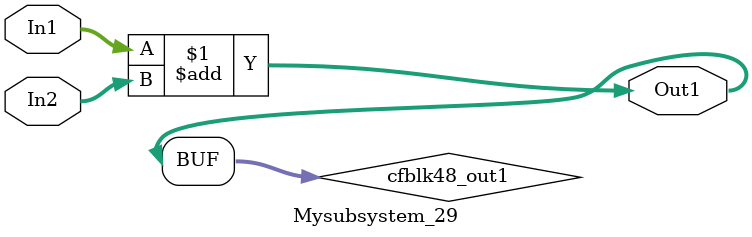
<source format=v>



`timescale 1 ns / 1 ns

module Mysubsystem_29
          (In1,
           In2,
           Out1);


  input   [7:0] In1;  // uint8
  input   [7:0] In2;  // uint8
  output  [7:0] Out1;  // uint8


  wire [7:0] cfblk48_out1;  // uint8


  assign cfblk48_out1 = In1 + In2;



  assign Out1 = cfblk48_out1;

endmodule  // Mysubsystem_29


</source>
